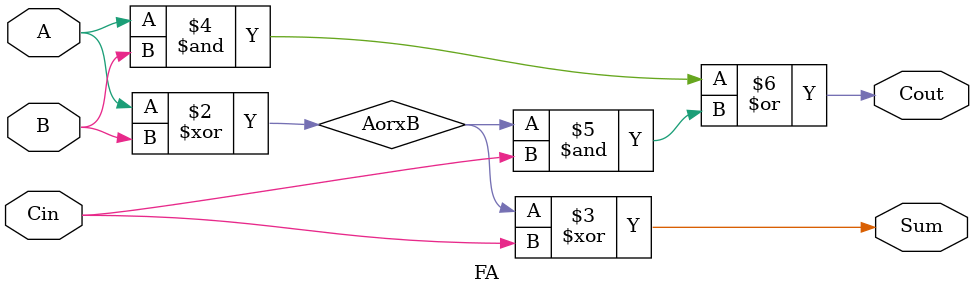
<source format=v>
module FA(
    input A, B, Cin,
    output reg Sum, Cout);
    reg AorxB;
    always @(*)begin
        AorxB = A ^ B;
        Sum = AorxB ^ Cin;
        Cout = (A & B) | (AorxB & Cin);
    end
endmodule

</source>
